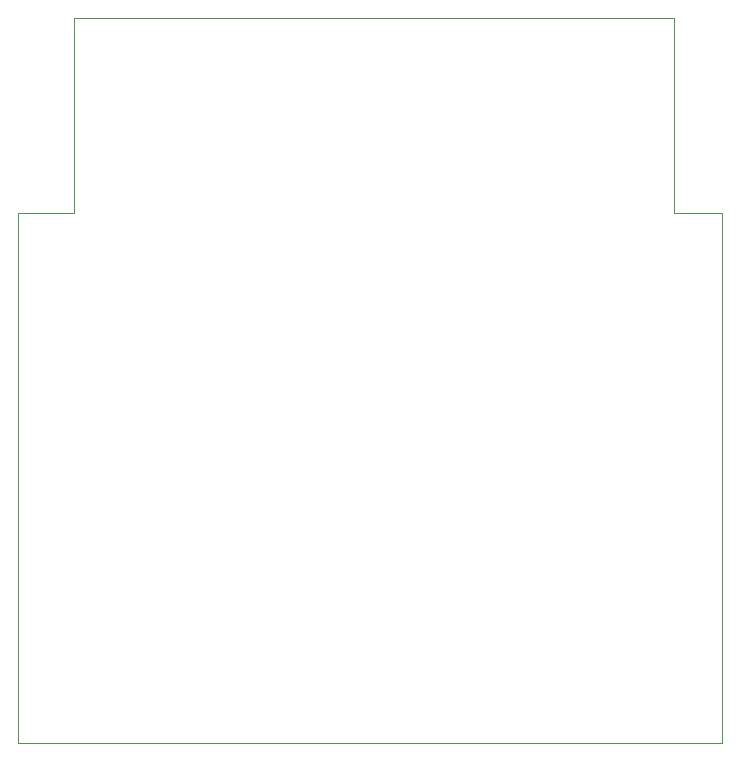
<source format=gbr>
%TF.GenerationSoftware,KiCad,Pcbnew,8.0.0*%
%TF.CreationDate,2024-03-15T09:10:00+01:00*%
%TF.ProjectId,carte_LED_Photodiode_carac,63617274-655f-44c4-9544-5f50686f746f,rev?*%
%TF.SameCoordinates,Original*%
%TF.FileFunction,Profile,NP*%
%FSLAX46Y46*%
G04 Gerber Fmt 4.6, Leading zero omitted, Abs format (unit mm)*
G04 Created by KiCad (PCBNEW 8.0.0) date 2024-03-15 09:10:00*
%MOMM*%
%LPD*%
G01*
G04 APERTURE LIST*
%TA.AperFunction,Profile*%
%ADD10C,0.050000*%
%TD*%
G04 APERTURE END LIST*
D10*
X235200000Y-57200000D02*
X235200000Y-102000000D01*
X231140000Y-57200000D02*
X235200000Y-57200000D01*
X231140000Y-40640000D02*
X231140000Y-57200000D01*
X175600000Y-102000000D02*
X175600000Y-57200000D01*
X235200000Y-102000000D02*
X175600000Y-102000000D01*
X180340000Y-57200000D02*
X175600000Y-57200000D01*
X180340000Y-40640000D02*
X180340000Y-57200000D01*
X180340000Y-40640000D02*
X231140000Y-40640000D01*
M02*

</source>
